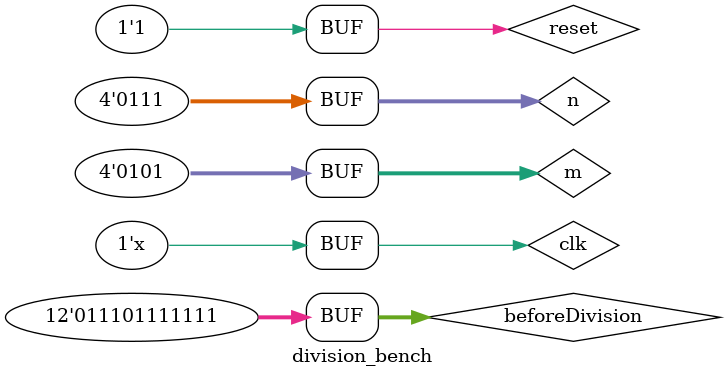
<source format=v>
`timescale 1ns / 1ps


module division_bench();
reg clk,reset;
reg [3:0] n,m;
reg [11:0] beforeDivision;

wire [5:0] divisionBit;
wire [23:0] divisionWeight;
wire [17:0] divisionOut;

division_unit division_unit1(
    .clk(clk),
    .reset(reset),
    .n(n),
    .m(m),
    .beforeDivision(beforeDivision),
    .divisionBit(divisionBit),
    .divisionWeight(divisionWeight),
    .divisionOut(divisionOut)
);


initial clk=1;
always #1 clk<=~clk;

initial
begin 
     reset<=1'b0;  n<=4'b0111;  m<=4'b0101;   beforeDivision<=12'b0000_0100_1101;
     #2 reset<=1'b1; 
     #6  beforeDivision<=12'b0111_0111_1111;
     
end



endmodule

</source>
